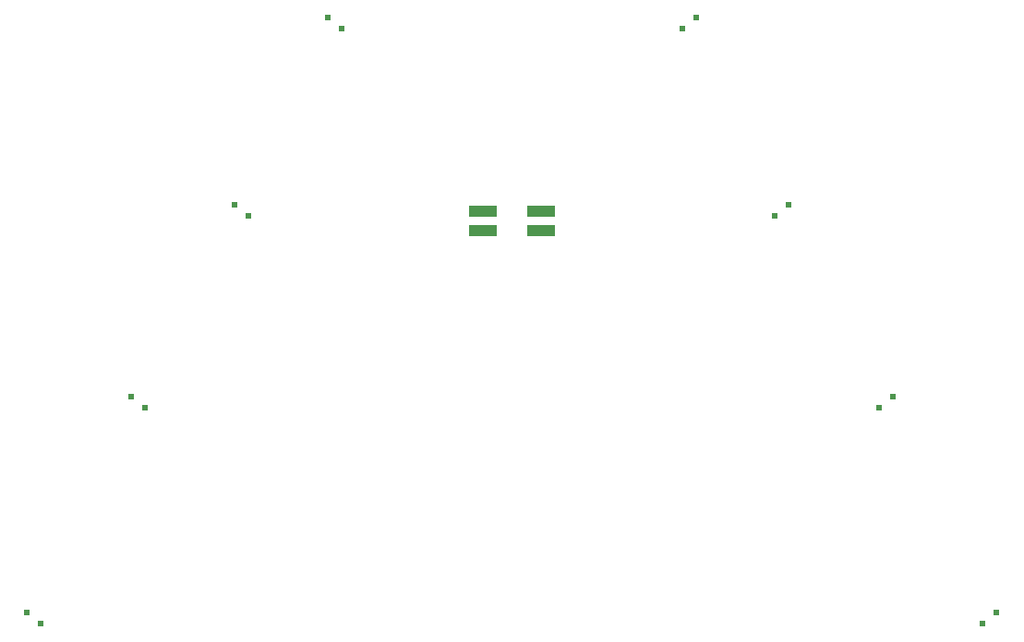
<source format=gbr>
%TF.GenerationSoftware,Altium Limited,Altium Designer,21.2.1 (34)*%
G04 Layer_Color=128*
%FSLAX25Y25*%
%MOIN*%
%TF.SameCoordinates,D4E26BF7-8A77-4173-AB59-83025396DDF1*%
%TF.FilePolarity,Positive*%
%TF.FileFunction,Paste,Bot*%
%TF.Part,Single*%
G01*
G75*
%TA.AperFunction,SMDPad,CuDef*%
%ADD10R,0.09843X0.03937*%
%ADD11R,0.01968X0.01968*%
D10*
X193500Y234000D02*
D03*
Y241000D02*
D03*
X172500D02*
D03*
Y234000D02*
D03*
D11*
X50500Y170000D02*
D03*
X45500Y174000D02*
D03*
X13000Y92000D02*
D03*
X8000Y96000D02*
D03*
X121500Y307000D02*
D03*
X116500Y311000D02*
D03*
X88000Y239500D02*
D03*
X83000Y243500D02*
D03*
X278000Y239500D02*
D03*
X283000Y243500D02*
D03*
X244500Y307000D02*
D03*
X249500Y311000D02*
D03*
X353000Y92000D02*
D03*
X358000Y96000D02*
D03*
X315500Y170000D02*
D03*
X320500Y174000D02*
D03*
%TF.MD5,8113ff220048ba556a8a9dcd139fc124*%
M02*

</source>
